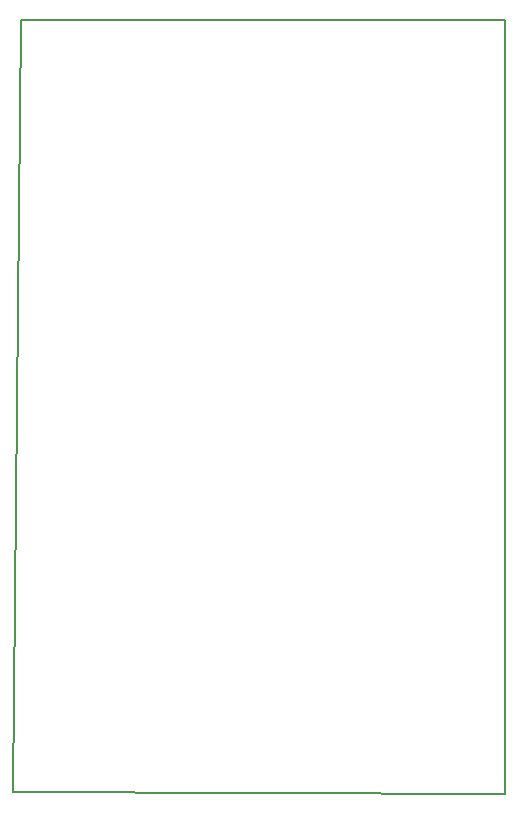
<source format=gm1>
G04 #@! TF.GenerationSoftware,KiCad,Pcbnew,(5.0.0-3-g5ebb6b6)*
G04 #@! TF.CreationDate,2018-11-03T17:58:05-04:00*
G04 #@! TF.ProjectId,vent,76656E742E6B696361645F7063620000,rev?*
G04 #@! TF.SameCoordinates,Original*
G04 #@! TF.FileFunction,Profile,NP*
%FSLAX46Y46*%
G04 Gerber Fmt 4.6, Leading zero omitted, Abs format (unit mm)*
G04 Created by KiCad (PCBNEW (5.0.0-3-g5ebb6b6)) date Saturday, November 03, 2018 at 05:58:05 PM*
%MOMM*%
%LPD*%
G01*
G04 APERTURE LIST*
%ADD10C,0.150000*%
G04 APERTURE END LIST*
D10*
X128524000Y-126238000D02*
X129159000Y-60833000D01*
X170180000Y-126365000D02*
X128524000Y-126238000D01*
X170180000Y-60833000D02*
X170180000Y-126365000D01*
X129159000Y-60833000D02*
X170180000Y-60833000D01*
M02*

</source>
